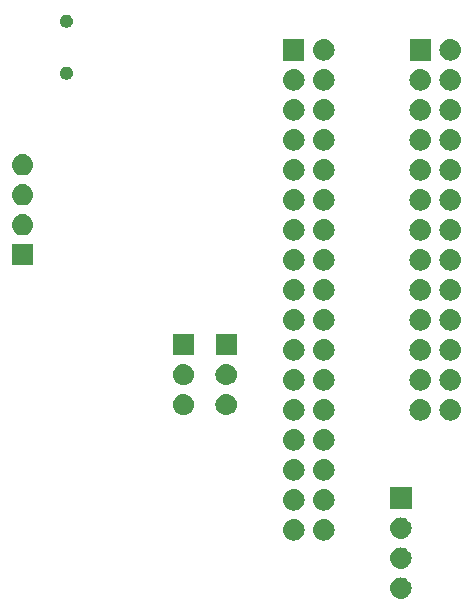
<source format=gbr>
G04 #@! TF.GenerationSoftware,KiCad,Pcbnew,(5.1.0)-1*
G04 #@! TF.CreationDate,2021-02-13T20:01:35+01:00*
G04 #@! TF.ProjectId,GreaseWeazle,47726561-7365-4576-9561-7a6c652e6b69,rev?*
G04 #@! TF.SameCoordinates,Original*
G04 #@! TF.FileFunction,Soldermask,Bot*
G04 #@! TF.FilePolarity,Negative*
%FSLAX46Y46*%
G04 Gerber Fmt 4.6, Leading zero omitted, Abs format (unit mm)*
G04 Created by KiCad (PCBNEW (5.1.0)-1) date 2021-02-13 20:01:35*
%MOMM*%
%LPD*%
G04 APERTURE LIST*
%ADD10C,0.100000*%
G04 APERTURE END LIST*
D10*
G36*
X110260443Y-95285119D02*
G01*
X110326627Y-95291637D01*
X110496466Y-95343157D01*
X110652991Y-95426822D01*
X110688729Y-95456152D01*
X110790186Y-95539414D01*
X110873448Y-95640871D01*
X110902778Y-95676609D01*
X110986443Y-95833134D01*
X111037963Y-96002973D01*
X111055359Y-96179600D01*
X111037963Y-96356227D01*
X110986443Y-96526066D01*
X110902778Y-96682591D01*
X110873448Y-96718329D01*
X110790186Y-96819786D01*
X110688729Y-96903048D01*
X110652991Y-96932378D01*
X110496466Y-97016043D01*
X110326627Y-97067563D01*
X110260443Y-97074081D01*
X110194260Y-97080600D01*
X110105740Y-97080600D01*
X110039558Y-97074082D01*
X109973373Y-97067563D01*
X109803534Y-97016043D01*
X109647009Y-96932378D01*
X109611271Y-96903048D01*
X109509814Y-96819786D01*
X109426552Y-96718329D01*
X109397222Y-96682591D01*
X109313557Y-96526066D01*
X109262037Y-96356227D01*
X109244641Y-96179600D01*
X109262037Y-96002973D01*
X109313557Y-95833134D01*
X109397222Y-95676609D01*
X109426552Y-95640871D01*
X109509814Y-95539414D01*
X109611271Y-95456152D01*
X109647009Y-95426822D01*
X109803534Y-95343157D01*
X109973373Y-95291637D01*
X110039557Y-95285119D01*
X110105740Y-95278600D01*
X110194260Y-95278600D01*
X110260443Y-95285119D01*
X110260443Y-95285119D01*
G37*
G36*
X110260442Y-92745118D02*
G01*
X110326627Y-92751637D01*
X110496466Y-92803157D01*
X110652991Y-92886822D01*
X110688729Y-92916152D01*
X110790186Y-92999414D01*
X110873448Y-93100871D01*
X110902778Y-93136609D01*
X110986443Y-93293134D01*
X111037963Y-93462973D01*
X111055359Y-93639600D01*
X111037963Y-93816227D01*
X110986443Y-93986066D01*
X110902778Y-94142591D01*
X110873448Y-94178329D01*
X110790186Y-94279786D01*
X110688729Y-94363048D01*
X110652991Y-94392378D01*
X110496466Y-94476043D01*
X110326627Y-94527563D01*
X110260443Y-94534081D01*
X110194260Y-94540600D01*
X110105740Y-94540600D01*
X110039557Y-94534081D01*
X109973373Y-94527563D01*
X109803534Y-94476043D01*
X109647009Y-94392378D01*
X109611271Y-94363048D01*
X109509814Y-94279786D01*
X109426552Y-94178329D01*
X109397222Y-94142591D01*
X109313557Y-93986066D01*
X109262037Y-93816227D01*
X109244641Y-93639600D01*
X109262037Y-93462973D01*
X109313557Y-93293134D01*
X109397222Y-93136609D01*
X109426552Y-93100871D01*
X109509814Y-92999414D01*
X109611271Y-92916152D01*
X109647009Y-92886822D01*
X109803534Y-92803157D01*
X109973373Y-92751637D01*
X110039558Y-92745118D01*
X110105740Y-92738600D01*
X110194260Y-92738600D01*
X110260442Y-92745118D01*
X110260442Y-92745118D01*
G37*
G36*
X103791294Y-90335033D02*
G01*
X103963695Y-90387331D01*
X104122583Y-90472258D01*
X104261849Y-90586551D01*
X104376142Y-90725817D01*
X104461069Y-90884705D01*
X104513367Y-91057106D01*
X104531025Y-91236400D01*
X104513367Y-91415694D01*
X104461069Y-91588095D01*
X104376142Y-91746983D01*
X104261849Y-91886249D01*
X104122583Y-92000542D01*
X103963695Y-92085469D01*
X103791294Y-92137767D01*
X103656931Y-92151000D01*
X103567069Y-92151000D01*
X103432706Y-92137767D01*
X103260305Y-92085469D01*
X103101417Y-92000542D01*
X102962151Y-91886249D01*
X102847858Y-91746983D01*
X102762931Y-91588095D01*
X102710633Y-91415694D01*
X102692975Y-91236400D01*
X102710633Y-91057106D01*
X102762931Y-90884705D01*
X102847858Y-90725817D01*
X102962151Y-90586551D01*
X103101417Y-90472258D01*
X103260305Y-90387331D01*
X103432706Y-90335033D01*
X103567069Y-90321800D01*
X103656931Y-90321800D01*
X103791294Y-90335033D01*
X103791294Y-90335033D01*
G37*
G36*
X101251294Y-90335033D02*
G01*
X101423695Y-90387331D01*
X101582583Y-90472258D01*
X101721849Y-90586551D01*
X101836142Y-90725817D01*
X101921069Y-90884705D01*
X101973367Y-91057106D01*
X101991025Y-91236400D01*
X101973367Y-91415694D01*
X101921069Y-91588095D01*
X101836142Y-91746983D01*
X101721849Y-91886249D01*
X101582583Y-92000542D01*
X101423695Y-92085469D01*
X101251294Y-92137767D01*
X101116931Y-92151000D01*
X101027069Y-92151000D01*
X100892706Y-92137767D01*
X100720305Y-92085469D01*
X100561417Y-92000542D01*
X100422151Y-91886249D01*
X100307858Y-91746983D01*
X100222931Y-91588095D01*
X100170633Y-91415694D01*
X100152975Y-91236400D01*
X100170633Y-91057106D01*
X100222931Y-90884705D01*
X100307858Y-90725817D01*
X100422151Y-90586551D01*
X100561417Y-90472258D01*
X100720305Y-90387331D01*
X100892706Y-90335033D01*
X101027069Y-90321800D01*
X101116931Y-90321800D01*
X101251294Y-90335033D01*
X101251294Y-90335033D01*
G37*
G36*
X110260443Y-90205119D02*
G01*
X110326627Y-90211637D01*
X110496466Y-90263157D01*
X110652991Y-90346822D01*
X110688729Y-90376152D01*
X110790186Y-90459414D01*
X110873448Y-90560871D01*
X110902778Y-90596609D01*
X110986443Y-90753134D01*
X111037963Y-90922973D01*
X111055359Y-91099600D01*
X111037963Y-91276227D01*
X110986443Y-91446066D01*
X110902778Y-91602591D01*
X110873448Y-91638329D01*
X110790186Y-91739786D01*
X110688729Y-91823048D01*
X110652991Y-91852378D01*
X110496466Y-91936043D01*
X110326627Y-91987563D01*
X110260443Y-91994081D01*
X110194260Y-92000600D01*
X110105740Y-92000600D01*
X110039557Y-91994081D01*
X109973373Y-91987563D01*
X109803534Y-91936043D01*
X109647009Y-91852378D01*
X109611271Y-91823048D01*
X109509814Y-91739786D01*
X109426552Y-91638329D01*
X109397222Y-91602591D01*
X109313557Y-91446066D01*
X109262037Y-91276227D01*
X109244641Y-91099600D01*
X109262037Y-90922973D01*
X109313557Y-90753134D01*
X109397222Y-90596609D01*
X109426552Y-90560871D01*
X109509814Y-90459414D01*
X109611271Y-90376152D01*
X109647009Y-90346822D01*
X109803534Y-90263157D01*
X109973373Y-90211637D01*
X110039557Y-90205119D01*
X110105740Y-90198600D01*
X110194260Y-90198600D01*
X110260443Y-90205119D01*
X110260443Y-90205119D01*
G37*
G36*
X103791294Y-87795033D02*
G01*
X103963695Y-87847331D01*
X104122583Y-87932258D01*
X104261849Y-88046551D01*
X104376142Y-88185817D01*
X104461069Y-88344705D01*
X104513367Y-88517106D01*
X104531025Y-88696400D01*
X104513367Y-88875694D01*
X104461069Y-89048095D01*
X104376142Y-89206983D01*
X104261849Y-89346249D01*
X104122583Y-89460542D01*
X103963695Y-89545469D01*
X103791294Y-89597767D01*
X103656931Y-89611000D01*
X103567069Y-89611000D01*
X103432706Y-89597767D01*
X103260305Y-89545469D01*
X103101417Y-89460542D01*
X102962151Y-89346249D01*
X102847858Y-89206983D01*
X102762931Y-89048095D01*
X102710633Y-88875694D01*
X102692975Y-88696400D01*
X102710633Y-88517106D01*
X102762931Y-88344705D01*
X102847858Y-88185817D01*
X102962151Y-88046551D01*
X103101417Y-87932258D01*
X103260305Y-87847331D01*
X103432706Y-87795033D01*
X103567069Y-87781800D01*
X103656931Y-87781800D01*
X103791294Y-87795033D01*
X103791294Y-87795033D01*
G37*
G36*
X101251294Y-87795033D02*
G01*
X101423695Y-87847331D01*
X101582583Y-87932258D01*
X101721849Y-88046551D01*
X101836142Y-88185817D01*
X101921069Y-88344705D01*
X101973367Y-88517106D01*
X101991025Y-88696400D01*
X101973367Y-88875694D01*
X101921069Y-89048095D01*
X101836142Y-89206983D01*
X101721849Y-89346249D01*
X101582583Y-89460542D01*
X101423695Y-89545469D01*
X101251294Y-89597767D01*
X101116931Y-89611000D01*
X101027069Y-89611000D01*
X100892706Y-89597767D01*
X100720305Y-89545469D01*
X100561417Y-89460542D01*
X100422151Y-89346249D01*
X100307858Y-89206983D01*
X100222931Y-89048095D01*
X100170633Y-88875694D01*
X100152975Y-88696400D01*
X100170633Y-88517106D01*
X100222931Y-88344705D01*
X100307858Y-88185817D01*
X100422151Y-88046551D01*
X100561417Y-87932258D01*
X100720305Y-87847331D01*
X100892706Y-87795033D01*
X101027069Y-87781800D01*
X101116931Y-87781800D01*
X101251294Y-87795033D01*
X101251294Y-87795033D01*
G37*
G36*
X111051000Y-89460600D02*
G01*
X109249000Y-89460600D01*
X109249000Y-87658600D01*
X111051000Y-87658600D01*
X111051000Y-89460600D01*
X111051000Y-89460600D01*
G37*
G36*
X103791294Y-85255033D02*
G01*
X103963695Y-85307331D01*
X104122583Y-85392258D01*
X104261849Y-85506551D01*
X104376142Y-85645817D01*
X104461069Y-85804705D01*
X104513367Y-85977106D01*
X104531025Y-86156400D01*
X104513367Y-86335694D01*
X104461069Y-86508095D01*
X104376142Y-86666983D01*
X104261849Y-86806249D01*
X104122583Y-86920542D01*
X103963695Y-87005469D01*
X103791294Y-87057767D01*
X103656931Y-87071000D01*
X103567069Y-87071000D01*
X103432706Y-87057767D01*
X103260305Y-87005469D01*
X103101417Y-86920542D01*
X102962151Y-86806249D01*
X102847858Y-86666983D01*
X102762931Y-86508095D01*
X102710633Y-86335694D01*
X102692975Y-86156400D01*
X102710633Y-85977106D01*
X102762931Y-85804705D01*
X102847858Y-85645817D01*
X102962151Y-85506551D01*
X103101417Y-85392258D01*
X103260305Y-85307331D01*
X103432706Y-85255033D01*
X103567069Y-85241800D01*
X103656931Y-85241800D01*
X103791294Y-85255033D01*
X103791294Y-85255033D01*
G37*
G36*
X101251294Y-85255033D02*
G01*
X101423695Y-85307331D01*
X101582583Y-85392258D01*
X101721849Y-85506551D01*
X101836142Y-85645817D01*
X101921069Y-85804705D01*
X101973367Y-85977106D01*
X101991025Y-86156400D01*
X101973367Y-86335694D01*
X101921069Y-86508095D01*
X101836142Y-86666983D01*
X101721849Y-86806249D01*
X101582583Y-86920542D01*
X101423695Y-87005469D01*
X101251294Y-87057767D01*
X101116931Y-87071000D01*
X101027069Y-87071000D01*
X100892706Y-87057767D01*
X100720305Y-87005469D01*
X100561417Y-86920542D01*
X100422151Y-86806249D01*
X100307858Y-86666983D01*
X100222931Y-86508095D01*
X100170633Y-86335694D01*
X100152975Y-86156400D01*
X100170633Y-85977106D01*
X100222931Y-85804705D01*
X100307858Y-85645817D01*
X100422151Y-85506551D01*
X100561417Y-85392258D01*
X100720305Y-85307331D01*
X100892706Y-85255033D01*
X101027069Y-85241800D01*
X101116931Y-85241800D01*
X101251294Y-85255033D01*
X101251294Y-85255033D01*
G37*
G36*
X101251294Y-82715033D02*
G01*
X101423695Y-82767331D01*
X101582583Y-82852258D01*
X101721849Y-82966551D01*
X101836142Y-83105817D01*
X101921069Y-83264705D01*
X101973367Y-83437106D01*
X101991025Y-83616400D01*
X101973367Y-83795694D01*
X101921069Y-83968095D01*
X101836142Y-84126983D01*
X101721849Y-84266249D01*
X101582583Y-84380542D01*
X101423695Y-84465469D01*
X101251294Y-84517767D01*
X101116931Y-84531000D01*
X101027069Y-84531000D01*
X100892706Y-84517767D01*
X100720305Y-84465469D01*
X100561417Y-84380542D01*
X100422151Y-84266249D01*
X100307858Y-84126983D01*
X100222931Y-83968095D01*
X100170633Y-83795694D01*
X100152975Y-83616400D01*
X100170633Y-83437106D01*
X100222931Y-83264705D01*
X100307858Y-83105817D01*
X100422151Y-82966551D01*
X100561417Y-82852258D01*
X100720305Y-82767331D01*
X100892706Y-82715033D01*
X101027069Y-82701800D01*
X101116931Y-82701800D01*
X101251294Y-82715033D01*
X101251294Y-82715033D01*
G37*
G36*
X103791294Y-82715033D02*
G01*
X103963695Y-82767331D01*
X104122583Y-82852258D01*
X104261849Y-82966551D01*
X104376142Y-83105817D01*
X104461069Y-83264705D01*
X104513367Y-83437106D01*
X104531025Y-83616400D01*
X104513367Y-83795694D01*
X104461069Y-83968095D01*
X104376142Y-84126983D01*
X104261849Y-84266249D01*
X104122583Y-84380542D01*
X103963695Y-84465469D01*
X103791294Y-84517767D01*
X103656931Y-84531000D01*
X103567069Y-84531000D01*
X103432706Y-84517767D01*
X103260305Y-84465469D01*
X103101417Y-84380542D01*
X102962151Y-84266249D01*
X102847858Y-84126983D01*
X102762931Y-83968095D01*
X102710633Y-83795694D01*
X102692975Y-83616400D01*
X102710633Y-83437106D01*
X102762931Y-83264705D01*
X102847858Y-83105817D01*
X102962151Y-82966551D01*
X103101417Y-82852258D01*
X103260305Y-82767331D01*
X103432706Y-82715033D01*
X103567069Y-82701800D01*
X103656931Y-82701800D01*
X103791294Y-82715033D01*
X103791294Y-82715033D01*
G37*
G36*
X103791294Y-80175033D02*
G01*
X103963695Y-80227331D01*
X104122583Y-80312258D01*
X104261849Y-80426551D01*
X104376142Y-80565817D01*
X104461069Y-80724705D01*
X104513367Y-80897106D01*
X104531025Y-81076400D01*
X104513367Y-81255694D01*
X104461069Y-81428095D01*
X104376142Y-81586983D01*
X104261849Y-81726249D01*
X104122583Y-81840542D01*
X103963695Y-81925469D01*
X103791294Y-81977767D01*
X103656931Y-81991000D01*
X103567069Y-81991000D01*
X103432706Y-81977767D01*
X103260305Y-81925469D01*
X103101417Y-81840542D01*
X102962151Y-81726249D01*
X102847858Y-81586983D01*
X102762931Y-81428095D01*
X102710633Y-81255694D01*
X102692975Y-81076400D01*
X102710633Y-80897106D01*
X102762931Y-80724705D01*
X102847858Y-80565817D01*
X102962151Y-80426551D01*
X103101417Y-80312258D01*
X103260305Y-80227331D01*
X103432706Y-80175033D01*
X103567069Y-80161800D01*
X103656931Y-80161800D01*
X103791294Y-80175033D01*
X103791294Y-80175033D01*
G37*
G36*
X114511294Y-80175033D02*
G01*
X114683695Y-80227331D01*
X114842583Y-80312258D01*
X114981849Y-80426551D01*
X115096142Y-80565817D01*
X115181069Y-80724705D01*
X115233367Y-80897106D01*
X115251025Y-81076400D01*
X115233367Y-81255694D01*
X115181069Y-81428095D01*
X115096142Y-81586983D01*
X114981849Y-81726249D01*
X114842583Y-81840542D01*
X114683695Y-81925469D01*
X114511294Y-81977767D01*
X114376931Y-81991000D01*
X114287069Y-81991000D01*
X114152706Y-81977767D01*
X113980305Y-81925469D01*
X113821417Y-81840542D01*
X113682151Y-81726249D01*
X113567858Y-81586983D01*
X113482931Y-81428095D01*
X113430633Y-81255694D01*
X113412975Y-81076400D01*
X113430633Y-80897106D01*
X113482931Y-80724705D01*
X113567858Y-80565817D01*
X113682151Y-80426551D01*
X113821417Y-80312258D01*
X113980305Y-80227331D01*
X114152706Y-80175033D01*
X114287069Y-80161800D01*
X114376931Y-80161800D01*
X114511294Y-80175033D01*
X114511294Y-80175033D01*
G37*
G36*
X111971294Y-80175033D02*
G01*
X112143695Y-80227331D01*
X112302583Y-80312258D01*
X112441849Y-80426551D01*
X112556142Y-80565817D01*
X112641069Y-80724705D01*
X112693367Y-80897106D01*
X112711025Y-81076400D01*
X112693367Y-81255694D01*
X112641069Y-81428095D01*
X112556142Y-81586983D01*
X112441849Y-81726249D01*
X112302583Y-81840542D01*
X112143695Y-81925469D01*
X111971294Y-81977767D01*
X111836931Y-81991000D01*
X111747069Y-81991000D01*
X111612706Y-81977767D01*
X111440305Y-81925469D01*
X111281417Y-81840542D01*
X111142151Y-81726249D01*
X111027858Y-81586983D01*
X110942931Y-81428095D01*
X110890633Y-81255694D01*
X110872975Y-81076400D01*
X110890633Y-80897106D01*
X110942931Y-80724705D01*
X111027858Y-80565817D01*
X111142151Y-80426551D01*
X111281417Y-80312258D01*
X111440305Y-80227331D01*
X111612706Y-80175033D01*
X111747069Y-80161800D01*
X111836931Y-80161800D01*
X111971294Y-80175033D01*
X111971294Y-80175033D01*
G37*
G36*
X101251294Y-80175033D02*
G01*
X101423695Y-80227331D01*
X101582583Y-80312258D01*
X101721849Y-80426551D01*
X101836142Y-80565817D01*
X101921069Y-80724705D01*
X101973367Y-80897106D01*
X101991025Y-81076400D01*
X101973367Y-81255694D01*
X101921069Y-81428095D01*
X101836142Y-81586983D01*
X101721849Y-81726249D01*
X101582583Y-81840542D01*
X101423695Y-81925469D01*
X101251294Y-81977767D01*
X101116931Y-81991000D01*
X101027069Y-81991000D01*
X100892706Y-81977767D01*
X100720305Y-81925469D01*
X100561417Y-81840542D01*
X100422151Y-81726249D01*
X100307858Y-81586983D01*
X100222931Y-81428095D01*
X100170633Y-81255694D01*
X100152975Y-81076400D01*
X100170633Y-80897106D01*
X100222931Y-80724705D01*
X100307858Y-80565817D01*
X100422151Y-80426551D01*
X100561417Y-80312258D01*
X100720305Y-80227331D01*
X100892706Y-80175033D01*
X101027069Y-80161800D01*
X101116931Y-80161800D01*
X101251294Y-80175033D01*
X101251294Y-80175033D01*
G37*
G36*
X95467142Y-79740318D02*
G01*
X95533327Y-79746837D01*
X95703166Y-79798357D01*
X95859691Y-79882022D01*
X95895429Y-79911352D01*
X95996886Y-79994614D01*
X96080148Y-80096071D01*
X96109478Y-80131809D01*
X96193143Y-80288334D01*
X96244663Y-80458173D01*
X96262059Y-80634800D01*
X96244663Y-80811427D01*
X96193143Y-80981266D01*
X96109478Y-81137791D01*
X96080148Y-81173529D01*
X95996886Y-81274986D01*
X95895429Y-81358248D01*
X95859691Y-81387578D01*
X95703166Y-81471243D01*
X95533327Y-81522763D01*
X95467142Y-81529282D01*
X95400960Y-81535800D01*
X95312440Y-81535800D01*
X95246258Y-81529282D01*
X95180073Y-81522763D01*
X95010234Y-81471243D01*
X94853709Y-81387578D01*
X94817971Y-81358248D01*
X94716514Y-81274986D01*
X94633252Y-81173529D01*
X94603922Y-81137791D01*
X94520257Y-80981266D01*
X94468737Y-80811427D01*
X94451341Y-80634800D01*
X94468737Y-80458173D01*
X94520257Y-80288334D01*
X94603922Y-80131809D01*
X94633252Y-80096071D01*
X94716514Y-79994614D01*
X94817971Y-79911352D01*
X94853709Y-79882022D01*
X95010234Y-79798357D01*
X95180073Y-79746837D01*
X95246258Y-79740318D01*
X95312440Y-79733800D01*
X95400960Y-79733800D01*
X95467142Y-79740318D01*
X95467142Y-79740318D01*
G37*
G36*
X91845042Y-79740318D02*
G01*
X91911227Y-79746837D01*
X92081066Y-79798357D01*
X92237591Y-79882022D01*
X92273329Y-79911352D01*
X92374786Y-79994614D01*
X92458048Y-80096071D01*
X92487378Y-80131809D01*
X92571043Y-80288334D01*
X92622563Y-80458173D01*
X92639959Y-80634800D01*
X92622563Y-80811427D01*
X92571043Y-80981266D01*
X92487378Y-81137791D01*
X92458048Y-81173529D01*
X92374786Y-81274986D01*
X92273329Y-81358248D01*
X92237591Y-81387578D01*
X92081066Y-81471243D01*
X91911227Y-81522763D01*
X91845042Y-81529282D01*
X91778860Y-81535800D01*
X91690340Y-81535800D01*
X91624158Y-81529282D01*
X91557973Y-81522763D01*
X91388134Y-81471243D01*
X91231609Y-81387578D01*
X91195871Y-81358248D01*
X91094414Y-81274986D01*
X91011152Y-81173529D01*
X90981822Y-81137791D01*
X90898157Y-80981266D01*
X90846637Y-80811427D01*
X90829241Y-80634800D01*
X90846637Y-80458173D01*
X90898157Y-80288334D01*
X90981822Y-80131809D01*
X91011152Y-80096071D01*
X91094414Y-79994614D01*
X91195871Y-79911352D01*
X91231609Y-79882022D01*
X91388134Y-79798357D01*
X91557973Y-79746837D01*
X91624158Y-79740318D01*
X91690340Y-79733800D01*
X91778860Y-79733800D01*
X91845042Y-79740318D01*
X91845042Y-79740318D01*
G37*
G36*
X114511294Y-77635033D02*
G01*
X114683695Y-77687331D01*
X114842583Y-77772258D01*
X114981849Y-77886551D01*
X115096142Y-78025817D01*
X115181069Y-78184705D01*
X115233367Y-78357106D01*
X115251025Y-78536400D01*
X115233367Y-78715694D01*
X115181069Y-78888095D01*
X115096142Y-79046983D01*
X114981849Y-79186249D01*
X114842583Y-79300542D01*
X114683695Y-79385469D01*
X114511294Y-79437767D01*
X114376931Y-79451000D01*
X114287069Y-79451000D01*
X114152706Y-79437767D01*
X113980305Y-79385469D01*
X113821417Y-79300542D01*
X113682151Y-79186249D01*
X113567858Y-79046983D01*
X113482931Y-78888095D01*
X113430633Y-78715694D01*
X113412975Y-78536400D01*
X113430633Y-78357106D01*
X113482931Y-78184705D01*
X113567858Y-78025817D01*
X113682151Y-77886551D01*
X113821417Y-77772258D01*
X113980305Y-77687331D01*
X114152706Y-77635033D01*
X114287069Y-77621800D01*
X114376931Y-77621800D01*
X114511294Y-77635033D01*
X114511294Y-77635033D01*
G37*
G36*
X111971294Y-77635033D02*
G01*
X112143695Y-77687331D01*
X112302583Y-77772258D01*
X112441849Y-77886551D01*
X112556142Y-78025817D01*
X112641069Y-78184705D01*
X112693367Y-78357106D01*
X112711025Y-78536400D01*
X112693367Y-78715694D01*
X112641069Y-78888095D01*
X112556142Y-79046983D01*
X112441849Y-79186249D01*
X112302583Y-79300542D01*
X112143695Y-79385469D01*
X111971294Y-79437767D01*
X111836931Y-79451000D01*
X111747069Y-79451000D01*
X111612706Y-79437767D01*
X111440305Y-79385469D01*
X111281417Y-79300542D01*
X111142151Y-79186249D01*
X111027858Y-79046983D01*
X110942931Y-78888095D01*
X110890633Y-78715694D01*
X110872975Y-78536400D01*
X110890633Y-78357106D01*
X110942931Y-78184705D01*
X111027858Y-78025817D01*
X111142151Y-77886551D01*
X111281417Y-77772258D01*
X111440305Y-77687331D01*
X111612706Y-77635033D01*
X111747069Y-77621800D01*
X111836931Y-77621800D01*
X111971294Y-77635033D01*
X111971294Y-77635033D01*
G37*
G36*
X103791294Y-77635033D02*
G01*
X103963695Y-77687331D01*
X104122583Y-77772258D01*
X104261849Y-77886551D01*
X104376142Y-78025817D01*
X104461069Y-78184705D01*
X104513367Y-78357106D01*
X104531025Y-78536400D01*
X104513367Y-78715694D01*
X104461069Y-78888095D01*
X104376142Y-79046983D01*
X104261849Y-79186249D01*
X104122583Y-79300542D01*
X103963695Y-79385469D01*
X103791294Y-79437767D01*
X103656931Y-79451000D01*
X103567069Y-79451000D01*
X103432706Y-79437767D01*
X103260305Y-79385469D01*
X103101417Y-79300542D01*
X102962151Y-79186249D01*
X102847858Y-79046983D01*
X102762931Y-78888095D01*
X102710633Y-78715694D01*
X102692975Y-78536400D01*
X102710633Y-78357106D01*
X102762931Y-78184705D01*
X102847858Y-78025817D01*
X102962151Y-77886551D01*
X103101417Y-77772258D01*
X103260305Y-77687331D01*
X103432706Y-77635033D01*
X103567069Y-77621800D01*
X103656931Y-77621800D01*
X103791294Y-77635033D01*
X103791294Y-77635033D01*
G37*
G36*
X101251294Y-77635033D02*
G01*
X101423695Y-77687331D01*
X101582583Y-77772258D01*
X101721849Y-77886551D01*
X101836142Y-78025817D01*
X101921069Y-78184705D01*
X101973367Y-78357106D01*
X101991025Y-78536400D01*
X101973367Y-78715694D01*
X101921069Y-78888095D01*
X101836142Y-79046983D01*
X101721849Y-79186249D01*
X101582583Y-79300542D01*
X101423695Y-79385469D01*
X101251294Y-79437767D01*
X101116931Y-79451000D01*
X101027069Y-79451000D01*
X100892706Y-79437767D01*
X100720305Y-79385469D01*
X100561417Y-79300542D01*
X100422151Y-79186249D01*
X100307858Y-79046983D01*
X100222931Y-78888095D01*
X100170633Y-78715694D01*
X100152975Y-78536400D01*
X100170633Y-78357106D01*
X100222931Y-78184705D01*
X100307858Y-78025817D01*
X100422151Y-77886551D01*
X100561417Y-77772258D01*
X100720305Y-77687331D01*
X100892706Y-77635033D01*
X101027069Y-77621800D01*
X101116931Y-77621800D01*
X101251294Y-77635033D01*
X101251294Y-77635033D01*
G37*
G36*
X95467142Y-77200318D02*
G01*
X95533327Y-77206837D01*
X95703166Y-77258357D01*
X95859691Y-77342022D01*
X95895429Y-77371352D01*
X95996886Y-77454614D01*
X96080148Y-77556071D01*
X96109478Y-77591809D01*
X96193143Y-77748334D01*
X96244663Y-77918173D01*
X96262059Y-78094800D01*
X96244663Y-78271427D01*
X96193143Y-78441266D01*
X96109478Y-78597791D01*
X96080148Y-78633529D01*
X95996886Y-78734986D01*
X95895429Y-78818248D01*
X95859691Y-78847578D01*
X95703166Y-78931243D01*
X95533327Y-78982763D01*
X95467143Y-78989281D01*
X95400960Y-78995800D01*
X95312440Y-78995800D01*
X95246257Y-78989281D01*
X95180073Y-78982763D01*
X95010234Y-78931243D01*
X94853709Y-78847578D01*
X94817971Y-78818248D01*
X94716514Y-78734986D01*
X94633252Y-78633529D01*
X94603922Y-78597791D01*
X94520257Y-78441266D01*
X94468737Y-78271427D01*
X94451341Y-78094800D01*
X94468737Y-77918173D01*
X94520257Y-77748334D01*
X94603922Y-77591809D01*
X94633252Y-77556071D01*
X94716514Y-77454614D01*
X94817971Y-77371352D01*
X94853709Y-77342022D01*
X95010234Y-77258357D01*
X95180073Y-77206837D01*
X95246258Y-77200318D01*
X95312440Y-77193800D01*
X95400960Y-77193800D01*
X95467142Y-77200318D01*
X95467142Y-77200318D01*
G37*
G36*
X91845042Y-77200318D02*
G01*
X91911227Y-77206837D01*
X92081066Y-77258357D01*
X92237591Y-77342022D01*
X92273329Y-77371352D01*
X92374786Y-77454614D01*
X92458048Y-77556071D01*
X92487378Y-77591809D01*
X92571043Y-77748334D01*
X92622563Y-77918173D01*
X92639959Y-78094800D01*
X92622563Y-78271427D01*
X92571043Y-78441266D01*
X92487378Y-78597791D01*
X92458048Y-78633529D01*
X92374786Y-78734986D01*
X92273329Y-78818248D01*
X92237591Y-78847578D01*
X92081066Y-78931243D01*
X91911227Y-78982763D01*
X91845043Y-78989281D01*
X91778860Y-78995800D01*
X91690340Y-78995800D01*
X91624157Y-78989281D01*
X91557973Y-78982763D01*
X91388134Y-78931243D01*
X91231609Y-78847578D01*
X91195871Y-78818248D01*
X91094414Y-78734986D01*
X91011152Y-78633529D01*
X90981822Y-78597791D01*
X90898157Y-78441266D01*
X90846637Y-78271427D01*
X90829241Y-78094800D01*
X90846637Y-77918173D01*
X90898157Y-77748334D01*
X90981822Y-77591809D01*
X91011152Y-77556071D01*
X91094414Y-77454614D01*
X91195871Y-77371352D01*
X91231609Y-77342022D01*
X91388134Y-77258357D01*
X91557973Y-77206837D01*
X91624158Y-77200318D01*
X91690340Y-77193800D01*
X91778860Y-77193800D01*
X91845042Y-77200318D01*
X91845042Y-77200318D01*
G37*
G36*
X103791294Y-75095033D02*
G01*
X103963695Y-75147331D01*
X104122583Y-75232258D01*
X104261849Y-75346551D01*
X104376142Y-75485817D01*
X104461069Y-75644705D01*
X104513367Y-75817106D01*
X104531025Y-75996400D01*
X104513367Y-76175694D01*
X104461069Y-76348095D01*
X104376142Y-76506983D01*
X104261849Y-76646249D01*
X104122583Y-76760542D01*
X103963695Y-76845469D01*
X103791294Y-76897767D01*
X103656931Y-76911000D01*
X103567069Y-76911000D01*
X103432706Y-76897767D01*
X103260305Y-76845469D01*
X103101417Y-76760542D01*
X102962151Y-76646249D01*
X102847858Y-76506983D01*
X102762931Y-76348095D01*
X102710633Y-76175694D01*
X102692975Y-75996400D01*
X102710633Y-75817106D01*
X102762931Y-75644705D01*
X102847858Y-75485817D01*
X102962151Y-75346551D01*
X103101417Y-75232258D01*
X103260305Y-75147331D01*
X103432706Y-75095033D01*
X103567069Y-75081800D01*
X103656931Y-75081800D01*
X103791294Y-75095033D01*
X103791294Y-75095033D01*
G37*
G36*
X114511294Y-75095033D02*
G01*
X114683695Y-75147331D01*
X114842583Y-75232258D01*
X114981849Y-75346551D01*
X115096142Y-75485817D01*
X115181069Y-75644705D01*
X115233367Y-75817106D01*
X115251025Y-75996400D01*
X115233367Y-76175694D01*
X115181069Y-76348095D01*
X115096142Y-76506983D01*
X114981849Y-76646249D01*
X114842583Y-76760542D01*
X114683695Y-76845469D01*
X114511294Y-76897767D01*
X114376931Y-76911000D01*
X114287069Y-76911000D01*
X114152706Y-76897767D01*
X113980305Y-76845469D01*
X113821417Y-76760542D01*
X113682151Y-76646249D01*
X113567858Y-76506983D01*
X113482931Y-76348095D01*
X113430633Y-76175694D01*
X113412975Y-75996400D01*
X113430633Y-75817106D01*
X113482931Y-75644705D01*
X113567858Y-75485817D01*
X113682151Y-75346551D01*
X113821417Y-75232258D01*
X113980305Y-75147331D01*
X114152706Y-75095033D01*
X114287069Y-75081800D01*
X114376931Y-75081800D01*
X114511294Y-75095033D01*
X114511294Y-75095033D01*
G37*
G36*
X111971294Y-75095033D02*
G01*
X112143695Y-75147331D01*
X112302583Y-75232258D01*
X112441849Y-75346551D01*
X112556142Y-75485817D01*
X112641069Y-75644705D01*
X112693367Y-75817106D01*
X112711025Y-75996400D01*
X112693367Y-76175694D01*
X112641069Y-76348095D01*
X112556142Y-76506983D01*
X112441849Y-76646249D01*
X112302583Y-76760542D01*
X112143695Y-76845469D01*
X111971294Y-76897767D01*
X111836931Y-76911000D01*
X111747069Y-76911000D01*
X111612706Y-76897767D01*
X111440305Y-76845469D01*
X111281417Y-76760542D01*
X111142151Y-76646249D01*
X111027858Y-76506983D01*
X110942931Y-76348095D01*
X110890633Y-76175694D01*
X110872975Y-75996400D01*
X110890633Y-75817106D01*
X110942931Y-75644705D01*
X111027858Y-75485817D01*
X111142151Y-75346551D01*
X111281417Y-75232258D01*
X111440305Y-75147331D01*
X111612706Y-75095033D01*
X111747069Y-75081800D01*
X111836931Y-75081800D01*
X111971294Y-75095033D01*
X111971294Y-75095033D01*
G37*
G36*
X101251294Y-75095033D02*
G01*
X101423695Y-75147331D01*
X101582583Y-75232258D01*
X101721849Y-75346551D01*
X101836142Y-75485817D01*
X101921069Y-75644705D01*
X101973367Y-75817106D01*
X101991025Y-75996400D01*
X101973367Y-76175694D01*
X101921069Y-76348095D01*
X101836142Y-76506983D01*
X101721849Y-76646249D01*
X101582583Y-76760542D01*
X101423695Y-76845469D01*
X101251294Y-76897767D01*
X101116931Y-76911000D01*
X101027069Y-76911000D01*
X100892706Y-76897767D01*
X100720305Y-76845469D01*
X100561417Y-76760542D01*
X100422151Y-76646249D01*
X100307858Y-76506983D01*
X100222931Y-76348095D01*
X100170633Y-76175694D01*
X100152975Y-75996400D01*
X100170633Y-75817106D01*
X100222931Y-75644705D01*
X100307858Y-75485817D01*
X100422151Y-75346551D01*
X100561417Y-75232258D01*
X100720305Y-75147331D01*
X100892706Y-75095033D01*
X101027069Y-75081800D01*
X101116931Y-75081800D01*
X101251294Y-75095033D01*
X101251294Y-75095033D01*
G37*
G36*
X96257700Y-76455800D02*
G01*
X94455700Y-76455800D01*
X94455700Y-74653800D01*
X96257700Y-74653800D01*
X96257700Y-76455800D01*
X96257700Y-76455800D01*
G37*
G36*
X92635600Y-76455800D02*
G01*
X90833600Y-76455800D01*
X90833600Y-74653800D01*
X92635600Y-74653800D01*
X92635600Y-76455800D01*
X92635600Y-76455800D01*
G37*
G36*
X114511294Y-72555033D02*
G01*
X114683695Y-72607331D01*
X114842583Y-72692258D01*
X114981849Y-72806551D01*
X115096142Y-72945817D01*
X115181069Y-73104705D01*
X115233367Y-73277106D01*
X115251025Y-73456400D01*
X115233367Y-73635694D01*
X115181069Y-73808095D01*
X115096142Y-73966983D01*
X114981849Y-74106249D01*
X114842583Y-74220542D01*
X114683695Y-74305469D01*
X114511294Y-74357767D01*
X114376931Y-74371000D01*
X114287069Y-74371000D01*
X114152706Y-74357767D01*
X113980305Y-74305469D01*
X113821417Y-74220542D01*
X113682151Y-74106249D01*
X113567858Y-73966983D01*
X113482931Y-73808095D01*
X113430633Y-73635694D01*
X113412975Y-73456400D01*
X113430633Y-73277106D01*
X113482931Y-73104705D01*
X113567858Y-72945817D01*
X113682151Y-72806551D01*
X113821417Y-72692258D01*
X113980305Y-72607331D01*
X114152706Y-72555033D01*
X114287069Y-72541800D01*
X114376931Y-72541800D01*
X114511294Y-72555033D01*
X114511294Y-72555033D01*
G37*
G36*
X103791294Y-72555033D02*
G01*
X103963695Y-72607331D01*
X104122583Y-72692258D01*
X104261849Y-72806551D01*
X104376142Y-72945817D01*
X104461069Y-73104705D01*
X104513367Y-73277106D01*
X104531025Y-73456400D01*
X104513367Y-73635694D01*
X104461069Y-73808095D01*
X104376142Y-73966983D01*
X104261849Y-74106249D01*
X104122583Y-74220542D01*
X103963695Y-74305469D01*
X103791294Y-74357767D01*
X103656931Y-74371000D01*
X103567069Y-74371000D01*
X103432706Y-74357767D01*
X103260305Y-74305469D01*
X103101417Y-74220542D01*
X102962151Y-74106249D01*
X102847858Y-73966983D01*
X102762931Y-73808095D01*
X102710633Y-73635694D01*
X102692975Y-73456400D01*
X102710633Y-73277106D01*
X102762931Y-73104705D01*
X102847858Y-72945817D01*
X102962151Y-72806551D01*
X103101417Y-72692258D01*
X103260305Y-72607331D01*
X103432706Y-72555033D01*
X103567069Y-72541800D01*
X103656931Y-72541800D01*
X103791294Y-72555033D01*
X103791294Y-72555033D01*
G37*
G36*
X101251294Y-72555033D02*
G01*
X101423695Y-72607331D01*
X101582583Y-72692258D01*
X101721849Y-72806551D01*
X101836142Y-72945817D01*
X101921069Y-73104705D01*
X101973367Y-73277106D01*
X101991025Y-73456400D01*
X101973367Y-73635694D01*
X101921069Y-73808095D01*
X101836142Y-73966983D01*
X101721849Y-74106249D01*
X101582583Y-74220542D01*
X101423695Y-74305469D01*
X101251294Y-74357767D01*
X101116931Y-74371000D01*
X101027069Y-74371000D01*
X100892706Y-74357767D01*
X100720305Y-74305469D01*
X100561417Y-74220542D01*
X100422151Y-74106249D01*
X100307858Y-73966983D01*
X100222931Y-73808095D01*
X100170633Y-73635694D01*
X100152975Y-73456400D01*
X100170633Y-73277106D01*
X100222931Y-73104705D01*
X100307858Y-72945817D01*
X100422151Y-72806551D01*
X100561417Y-72692258D01*
X100720305Y-72607331D01*
X100892706Y-72555033D01*
X101027069Y-72541800D01*
X101116931Y-72541800D01*
X101251294Y-72555033D01*
X101251294Y-72555033D01*
G37*
G36*
X111971294Y-72555033D02*
G01*
X112143695Y-72607331D01*
X112302583Y-72692258D01*
X112441849Y-72806551D01*
X112556142Y-72945817D01*
X112641069Y-73104705D01*
X112693367Y-73277106D01*
X112711025Y-73456400D01*
X112693367Y-73635694D01*
X112641069Y-73808095D01*
X112556142Y-73966983D01*
X112441849Y-74106249D01*
X112302583Y-74220542D01*
X112143695Y-74305469D01*
X111971294Y-74357767D01*
X111836931Y-74371000D01*
X111747069Y-74371000D01*
X111612706Y-74357767D01*
X111440305Y-74305469D01*
X111281417Y-74220542D01*
X111142151Y-74106249D01*
X111027858Y-73966983D01*
X110942931Y-73808095D01*
X110890633Y-73635694D01*
X110872975Y-73456400D01*
X110890633Y-73277106D01*
X110942931Y-73104705D01*
X111027858Y-72945817D01*
X111142151Y-72806551D01*
X111281417Y-72692258D01*
X111440305Y-72607331D01*
X111612706Y-72555033D01*
X111747069Y-72541800D01*
X111836931Y-72541800D01*
X111971294Y-72555033D01*
X111971294Y-72555033D01*
G37*
G36*
X114511294Y-70015033D02*
G01*
X114683695Y-70067331D01*
X114842583Y-70152258D01*
X114981849Y-70266551D01*
X115096142Y-70405817D01*
X115181069Y-70564705D01*
X115233367Y-70737106D01*
X115251025Y-70916400D01*
X115233367Y-71095694D01*
X115181069Y-71268095D01*
X115096142Y-71426983D01*
X114981849Y-71566249D01*
X114842583Y-71680542D01*
X114683695Y-71765469D01*
X114511294Y-71817767D01*
X114376931Y-71831000D01*
X114287069Y-71831000D01*
X114152706Y-71817767D01*
X113980305Y-71765469D01*
X113821417Y-71680542D01*
X113682151Y-71566249D01*
X113567858Y-71426983D01*
X113482931Y-71268095D01*
X113430633Y-71095694D01*
X113412975Y-70916400D01*
X113430633Y-70737106D01*
X113482931Y-70564705D01*
X113567858Y-70405817D01*
X113682151Y-70266551D01*
X113821417Y-70152258D01*
X113980305Y-70067331D01*
X114152706Y-70015033D01*
X114287069Y-70001800D01*
X114376931Y-70001800D01*
X114511294Y-70015033D01*
X114511294Y-70015033D01*
G37*
G36*
X111971294Y-70015033D02*
G01*
X112143695Y-70067331D01*
X112302583Y-70152258D01*
X112441849Y-70266551D01*
X112556142Y-70405817D01*
X112641069Y-70564705D01*
X112693367Y-70737106D01*
X112711025Y-70916400D01*
X112693367Y-71095694D01*
X112641069Y-71268095D01*
X112556142Y-71426983D01*
X112441849Y-71566249D01*
X112302583Y-71680542D01*
X112143695Y-71765469D01*
X111971294Y-71817767D01*
X111836931Y-71831000D01*
X111747069Y-71831000D01*
X111612706Y-71817767D01*
X111440305Y-71765469D01*
X111281417Y-71680542D01*
X111142151Y-71566249D01*
X111027858Y-71426983D01*
X110942931Y-71268095D01*
X110890633Y-71095694D01*
X110872975Y-70916400D01*
X110890633Y-70737106D01*
X110942931Y-70564705D01*
X111027858Y-70405817D01*
X111142151Y-70266551D01*
X111281417Y-70152258D01*
X111440305Y-70067331D01*
X111612706Y-70015033D01*
X111747069Y-70001800D01*
X111836931Y-70001800D01*
X111971294Y-70015033D01*
X111971294Y-70015033D01*
G37*
G36*
X103791294Y-70015033D02*
G01*
X103963695Y-70067331D01*
X104122583Y-70152258D01*
X104261849Y-70266551D01*
X104376142Y-70405817D01*
X104461069Y-70564705D01*
X104513367Y-70737106D01*
X104531025Y-70916400D01*
X104513367Y-71095694D01*
X104461069Y-71268095D01*
X104376142Y-71426983D01*
X104261849Y-71566249D01*
X104122583Y-71680542D01*
X103963695Y-71765469D01*
X103791294Y-71817767D01*
X103656931Y-71831000D01*
X103567069Y-71831000D01*
X103432706Y-71817767D01*
X103260305Y-71765469D01*
X103101417Y-71680542D01*
X102962151Y-71566249D01*
X102847858Y-71426983D01*
X102762931Y-71268095D01*
X102710633Y-71095694D01*
X102692975Y-70916400D01*
X102710633Y-70737106D01*
X102762931Y-70564705D01*
X102847858Y-70405817D01*
X102962151Y-70266551D01*
X103101417Y-70152258D01*
X103260305Y-70067331D01*
X103432706Y-70015033D01*
X103567069Y-70001800D01*
X103656931Y-70001800D01*
X103791294Y-70015033D01*
X103791294Y-70015033D01*
G37*
G36*
X101251294Y-70015033D02*
G01*
X101423695Y-70067331D01*
X101582583Y-70152258D01*
X101721849Y-70266551D01*
X101836142Y-70405817D01*
X101921069Y-70564705D01*
X101973367Y-70737106D01*
X101991025Y-70916400D01*
X101973367Y-71095694D01*
X101921069Y-71268095D01*
X101836142Y-71426983D01*
X101721849Y-71566249D01*
X101582583Y-71680542D01*
X101423695Y-71765469D01*
X101251294Y-71817767D01*
X101116931Y-71831000D01*
X101027069Y-71831000D01*
X100892706Y-71817767D01*
X100720305Y-71765469D01*
X100561417Y-71680542D01*
X100422151Y-71566249D01*
X100307858Y-71426983D01*
X100222931Y-71268095D01*
X100170633Y-71095694D01*
X100152975Y-70916400D01*
X100170633Y-70737106D01*
X100222931Y-70564705D01*
X100307858Y-70405817D01*
X100422151Y-70266551D01*
X100561417Y-70152258D01*
X100720305Y-70067331D01*
X100892706Y-70015033D01*
X101027069Y-70001800D01*
X101116931Y-70001800D01*
X101251294Y-70015033D01*
X101251294Y-70015033D01*
G37*
G36*
X114511294Y-67475033D02*
G01*
X114683695Y-67527331D01*
X114842583Y-67612258D01*
X114981849Y-67726551D01*
X115096142Y-67865817D01*
X115181069Y-68024705D01*
X115233367Y-68197106D01*
X115251025Y-68376400D01*
X115233367Y-68555694D01*
X115181069Y-68728095D01*
X115096142Y-68886983D01*
X114981849Y-69026249D01*
X114842583Y-69140542D01*
X114683695Y-69225469D01*
X114511294Y-69277767D01*
X114376931Y-69291000D01*
X114287069Y-69291000D01*
X114152706Y-69277767D01*
X113980305Y-69225469D01*
X113821417Y-69140542D01*
X113682151Y-69026249D01*
X113567858Y-68886983D01*
X113482931Y-68728095D01*
X113430633Y-68555694D01*
X113412975Y-68376400D01*
X113430633Y-68197106D01*
X113482931Y-68024705D01*
X113567858Y-67865817D01*
X113682151Y-67726551D01*
X113821417Y-67612258D01*
X113980305Y-67527331D01*
X114152706Y-67475033D01*
X114287069Y-67461800D01*
X114376931Y-67461800D01*
X114511294Y-67475033D01*
X114511294Y-67475033D01*
G37*
G36*
X111971294Y-67475033D02*
G01*
X112143695Y-67527331D01*
X112302583Y-67612258D01*
X112441849Y-67726551D01*
X112556142Y-67865817D01*
X112641069Y-68024705D01*
X112693367Y-68197106D01*
X112711025Y-68376400D01*
X112693367Y-68555694D01*
X112641069Y-68728095D01*
X112556142Y-68886983D01*
X112441849Y-69026249D01*
X112302583Y-69140542D01*
X112143695Y-69225469D01*
X111971294Y-69277767D01*
X111836931Y-69291000D01*
X111747069Y-69291000D01*
X111612706Y-69277767D01*
X111440305Y-69225469D01*
X111281417Y-69140542D01*
X111142151Y-69026249D01*
X111027858Y-68886983D01*
X110942931Y-68728095D01*
X110890633Y-68555694D01*
X110872975Y-68376400D01*
X110890633Y-68197106D01*
X110942931Y-68024705D01*
X111027858Y-67865817D01*
X111142151Y-67726551D01*
X111281417Y-67612258D01*
X111440305Y-67527331D01*
X111612706Y-67475033D01*
X111747069Y-67461800D01*
X111836931Y-67461800D01*
X111971294Y-67475033D01*
X111971294Y-67475033D01*
G37*
G36*
X103791294Y-67475033D02*
G01*
X103963695Y-67527331D01*
X104122583Y-67612258D01*
X104261849Y-67726551D01*
X104376142Y-67865817D01*
X104461069Y-68024705D01*
X104513367Y-68197106D01*
X104531025Y-68376400D01*
X104513367Y-68555694D01*
X104461069Y-68728095D01*
X104376142Y-68886983D01*
X104261849Y-69026249D01*
X104122583Y-69140542D01*
X103963695Y-69225469D01*
X103791294Y-69277767D01*
X103656931Y-69291000D01*
X103567069Y-69291000D01*
X103432706Y-69277767D01*
X103260305Y-69225469D01*
X103101417Y-69140542D01*
X102962151Y-69026249D01*
X102847858Y-68886983D01*
X102762931Y-68728095D01*
X102710633Y-68555694D01*
X102692975Y-68376400D01*
X102710633Y-68197106D01*
X102762931Y-68024705D01*
X102847858Y-67865817D01*
X102962151Y-67726551D01*
X103101417Y-67612258D01*
X103260305Y-67527331D01*
X103432706Y-67475033D01*
X103567069Y-67461800D01*
X103656931Y-67461800D01*
X103791294Y-67475033D01*
X103791294Y-67475033D01*
G37*
G36*
X101251294Y-67475033D02*
G01*
X101423695Y-67527331D01*
X101582583Y-67612258D01*
X101721849Y-67726551D01*
X101836142Y-67865817D01*
X101921069Y-68024705D01*
X101973367Y-68197106D01*
X101991025Y-68376400D01*
X101973367Y-68555694D01*
X101921069Y-68728095D01*
X101836142Y-68886983D01*
X101721849Y-69026249D01*
X101582583Y-69140542D01*
X101423695Y-69225469D01*
X101251294Y-69277767D01*
X101116931Y-69291000D01*
X101027069Y-69291000D01*
X100892706Y-69277767D01*
X100720305Y-69225469D01*
X100561417Y-69140542D01*
X100422151Y-69026249D01*
X100307858Y-68886983D01*
X100222931Y-68728095D01*
X100170633Y-68555694D01*
X100152975Y-68376400D01*
X100170633Y-68197106D01*
X100222931Y-68024705D01*
X100307858Y-67865817D01*
X100422151Y-67726551D01*
X100561417Y-67612258D01*
X100720305Y-67527331D01*
X100892706Y-67475033D01*
X101027069Y-67461800D01*
X101116931Y-67461800D01*
X101251294Y-67475033D01*
X101251294Y-67475033D01*
G37*
G36*
X79016200Y-68851100D02*
G01*
X77214200Y-68851100D01*
X77214200Y-67049100D01*
X79016200Y-67049100D01*
X79016200Y-68851100D01*
X79016200Y-68851100D01*
G37*
G36*
X111971294Y-64935033D02*
G01*
X112143695Y-64987331D01*
X112302583Y-65072258D01*
X112441849Y-65186551D01*
X112556142Y-65325817D01*
X112641069Y-65484705D01*
X112693367Y-65657106D01*
X112711025Y-65836400D01*
X112693367Y-66015694D01*
X112641069Y-66188095D01*
X112556142Y-66346983D01*
X112441849Y-66486249D01*
X112302583Y-66600542D01*
X112143695Y-66685469D01*
X111971294Y-66737767D01*
X111836931Y-66751000D01*
X111747069Y-66751000D01*
X111612706Y-66737767D01*
X111440305Y-66685469D01*
X111281417Y-66600542D01*
X111142151Y-66486249D01*
X111027858Y-66346983D01*
X110942931Y-66188095D01*
X110890633Y-66015694D01*
X110872975Y-65836400D01*
X110890633Y-65657106D01*
X110942931Y-65484705D01*
X111027858Y-65325817D01*
X111142151Y-65186551D01*
X111281417Y-65072258D01*
X111440305Y-64987331D01*
X111612706Y-64935033D01*
X111747069Y-64921800D01*
X111836931Y-64921800D01*
X111971294Y-64935033D01*
X111971294Y-64935033D01*
G37*
G36*
X114511294Y-64935033D02*
G01*
X114683695Y-64987331D01*
X114842583Y-65072258D01*
X114981849Y-65186551D01*
X115096142Y-65325817D01*
X115181069Y-65484705D01*
X115233367Y-65657106D01*
X115251025Y-65836400D01*
X115233367Y-66015694D01*
X115181069Y-66188095D01*
X115096142Y-66346983D01*
X114981849Y-66486249D01*
X114842583Y-66600542D01*
X114683695Y-66685469D01*
X114511294Y-66737767D01*
X114376931Y-66751000D01*
X114287069Y-66751000D01*
X114152706Y-66737767D01*
X113980305Y-66685469D01*
X113821417Y-66600542D01*
X113682151Y-66486249D01*
X113567858Y-66346983D01*
X113482931Y-66188095D01*
X113430633Y-66015694D01*
X113412975Y-65836400D01*
X113430633Y-65657106D01*
X113482931Y-65484705D01*
X113567858Y-65325817D01*
X113682151Y-65186551D01*
X113821417Y-65072258D01*
X113980305Y-64987331D01*
X114152706Y-64935033D01*
X114287069Y-64921800D01*
X114376931Y-64921800D01*
X114511294Y-64935033D01*
X114511294Y-64935033D01*
G37*
G36*
X103791294Y-64935033D02*
G01*
X103963695Y-64987331D01*
X104122583Y-65072258D01*
X104261849Y-65186551D01*
X104376142Y-65325817D01*
X104461069Y-65484705D01*
X104513367Y-65657106D01*
X104531025Y-65836400D01*
X104513367Y-66015694D01*
X104461069Y-66188095D01*
X104376142Y-66346983D01*
X104261849Y-66486249D01*
X104122583Y-66600542D01*
X103963695Y-66685469D01*
X103791294Y-66737767D01*
X103656931Y-66751000D01*
X103567069Y-66751000D01*
X103432706Y-66737767D01*
X103260305Y-66685469D01*
X103101417Y-66600542D01*
X102962151Y-66486249D01*
X102847858Y-66346983D01*
X102762931Y-66188095D01*
X102710633Y-66015694D01*
X102692975Y-65836400D01*
X102710633Y-65657106D01*
X102762931Y-65484705D01*
X102847858Y-65325817D01*
X102962151Y-65186551D01*
X103101417Y-65072258D01*
X103260305Y-64987331D01*
X103432706Y-64935033D01*
X103567069Y-64921800D01*
X103656931Y-64921800D01*
X103791294Y-64935033D01*
X103791294Y-64935033D01*
G37*
G36*
X101251294Y-64935033D02*
G01*
X101423695Y-64987331D01*
X101582583Y-65072258D01*
X101721849Y-65186551D01*
X101836142Y-65325817D01*
X101921069Y-65484705D01*
X101973367Y-65657106D01*
X101991025Y-65836400D01*
X101973367Y-66015694D01*
X101921069Y-66188095D01*
X101836142Y-66346983D01*
X101721849Y-66486249D01*
X101582583Y-66600542D01*
X101423695Y-66685469D01*
X101251294Y-66737767D01*
X101116931Y-66751000D01*
X101027069Y-66751000D01*
X100892706Y-66737767D01*
X100720305Y-66685469D01*
X100561417Y-66600542D01*
X100422151Y-66486249D01*
X100307858Y-66346983D01*
X100222931Y-66188095D01*
X100170633Y-66015694D01*
X100152975Y-65836400D01*
X100170633Y-65657106D01*
X100222931Y-65484705D01*
X100307858Y-65325817D01*
X100422151Y-65186551D01*
X100561417Y-65072258D01*
X100720305Y-64987331D01*
X100892706Y-64935033D01*
X101027069Y-64921800D01*
X101116931Y-64921800D01*
X101251294Y-64935033D01*
X101251294Y-64935033D01*
G37*
G36*
X78225642Y-64515618D02*
G01*
X78291827Y-64522137D01*
X78461666Y-64573657D01*
X78618191Y-64657322D01*
X78653929Y-64686652D01*
X78755386Y-64769914D01*
X78838648Y-64871371D01*
X78867978Y-64907109D01*
X78951643Y-65063634D01*
X79003163Y-65233473D01*
X79020559Y-65410100D01*
X79003163Y-65586727D01*
X78951643Y-65756566D01*
X78867978Y-65913091D01*
X78838648Y-65948829D01*
X78755386Y-66050286D01*
X78653929Y-66133548D01*
X78618191Y-66162878D01*
X78461666Y-66246543D01*
X78291827Y-66298063D01*
X78225642Y-66304582D01*
X78159460Y-66311100D01*
X78070940Y-66311100D01*
X78004758Y-66304582D01*
X77938573Y-66298063D01*
X77768734Y-66246543D01*
X77612209Y-66162878D01*
X77576471Y-66133548D01*
X77475014Y-66050286D01*
X77391752Y-65948829D01*
X77362422Y-65913091D01*
X77278757Y-65756566D01*
X77227237Y-65586727D01*
X77209841Y-65410100D01*
X77227237Y-65233473D01*
X77278757Y-65063634D01*
X77362422Y-64907109D01*
X77391752Y-64871371D01*
X77475014Y-64769914D01*
X77576471Y-64686652D01*
X77612209Y-64657322D01*
X77768734Y-64573657D01*
X77938573Y-64522137D01*
X78004758Y-64515618D01*
X78070940Y-64509100D01*
X78159460Y-64509100D01*
X78225642Y-64515618D01*
X78225642Y-64515618D01*
G37*
G36*
X103791294Y-62395033D02*
G01*
X103963695Y-62447331D01*
X104122583Y-62532258D01*
X104261849Y-62646551D01*
X104376142Y-62785817D01*
X104461069Y-62944705D01*
X104513367Y-63117106D01*
X104531025Y-63296400D01*
X104513367Y-63475694D01*
X104461069Y-63648095D01*
X104376142Y-63806983D01*
X104261849Y-63946249D01*
X104122583Y-64060542D01*
X103963695Y-64145469D01*
X103791294Y-64197767D01*
X103656931Y-64211000D01*
X103567069Y-64211000D01*
X103432706Y-64197767D01*
X103260305Y-64145469D01*
X103101417Y-64060542D01*
X102962151Y-63946249D01*
X102847858Y-63806983D01*
X102762931Y-63648095D01*
X102710633Y-63475694D01*
X102692975Y-63296400D01*
X102710633Y-63117106D01*
X102762931Y-62944705D01*
X102847858Y-62785817D01*
X102962151Y-62646551D01*
X103101417Y-62532258D01*
X103260305Y-62447331D01*
X103432706Y-62395033D01*
X103567069Y-62381800D01*
X103656931Y-62381800D01*
X103791294Y-62395033D01*
X103791294Y-62395033D01*
G37*
G36*
X101251294Y-62395033D02*
G01*
X101423695Y-62447331D01*
X101582583Y-62532258D01*
X101721849Y-62646551D01*
X101836142Y-62785817D01*
X101921069Y-62944705D01*
X101973367Y-63117106D01*
X101991025Y-63296400D01*
X101973367Y-63475694D01*
X101921069Y-63648095D01*
X101836142Y-63806983D01*
X101721849Y-63946249D01*
X101582583Y-64060542D01*
X101423695Y-64145469D01*
X101251294Y-64197767D01*
X101116931Y-64211000D01*
X101027069Y-64211000D01*
X100892706Y-64197767D01*
X100720305Y-64145469D01*
X100561417Y-64060542D01*
X100422151Y-63946249D01*
X100307858Y-63806983D01*
X100222931Y-63648095D01*
X100170633Y-63475694D01*
X100152975Y-63296400D01*
X100170633Y-63117106D01*
X100222931Y-62944705D01*
X100307858Y-62785817D01*
X100422151Y-62646551D01*
X100561417Y-62532258D01*
X100720305Y-62447331D01*
X100892706Y-62395033D01*
X101027069Y-62381800D01*
X101116931Y-62381800D01*
X101251294Y-62395033D01*
X101251294Y-62395033D01*
G37*
G36*
X111971294Y-62395033D02*
G01*
X112143695Y-62447331D01*
X112302583Y-62532258D01*
X112441849Y-62646551D01*
X112556142Y-62785817D01*
X112641069Y-62944705D01*
X112693367Y-63117106D01*
X112711025Y-63296400D01*
X112693367Y-63475694D01*
X112641069Y-63648095D01*
X112556142Y-63806983D01*
X112441849Y-63946249D01*
X112302583Y-64060542D01*
X112143695Y-64145469D01*
X111971294Y-64197767D01*
X111836931Y-64211000D01*
X111747069Y-64211000D01*
X111612706Y-64197767D01*
X111440305Y-64145469D01*
X111281417Y-64060542D01*
X111142151Y-63946249D01*
X111027858Y-63806983D01*
X110942931Y-63648095D01*
X110890633Y-63475694D01*
X110872975Y-63296400D01*
X110890633Y-63117106D01*
X110942931Y-62944705D01*
X111027858Y-62785817D01*
X111142151Y-62646551D01*
X111281417Y-62532258D01*
X111440305Y-62447331D01*
X111612706Y-62395033D01*
X111747069Y-62381800D01*
X111836931Y-62381800D01*
X111971294Y-62395033D01*
X111971294Y-62395033D01*
G37*
G36*
X114511294Y-62395033D02*
G01*
X114683695Y-62447331D01*
X114842583Y-62532258D01*
X114981849Y-62646551D01*
X115096142Y-62785817D01*
X115181069Y-62944705D01*
X115233367Y-63117106D01*
X115251025Y-63296400D01*
X115233367Y-63475694D01*
X115181069Y-63648095D01*
X115096142Y-63806983D01*
X114981849Y-63946249D01*
X114842583Y-64060542D01*
X114683695Y-64145469D01*
X114511294Y-64197767D01*
X114376931Y-64211000D01*
X114287069Y-64211000D01*
X114152706Y-64197767D01*
X113980305Y-64145469D01*
X113821417Y-64060542D01*
X113682151Y-63946249D01*
X113567858Y-63806983D01*
X113482931Y-63648095D01*
X113430633Y-63475694D01*
X113412975Y-63296400D01*
X113430633Y-63117106D01*
X113482931Y-62944705D01*
X113567858Y-62785817D01*
X113682151Y-62646551D01*
X113821417Y-62532258D01*
X113980305Y-62447331D01*
X114152706Y-62395033D01*
X114287069Y-62381800D01*
X114376931Y-62381800D01*
X114511294Y-62395033D01*
X114511294Y-62395033D01*
G37*
G36*
X78225643Y-61975619D02*
G01*
X78291827Y-61982137D01*
X78461666Y-62033657D01*
X78618191Y-62117322D01*
X78653929Y-62146652D01*
X78755386Y-62229914D01*
X78838648Y-62331371D01*
X78867978Y-62367109D01*
X78951643Y-62523634D01*
X79003163Y-62693473D01*
X79020559Y-62870100D01*
X79003163Y-63046727D01*
X78951643Y-63216566D01*
X78867978Y-63373091D01*
X78838648Y-63408829D01*
X78755386Y-63510286D01*
X78653929Y-63593548D01*
X78618191Y-63622878D01*
X78461666Y-63706543D01*
X78291827Y-63758063D01*
X78225643Y-63764581D01*
X78159460Y-63771100D01*
X78070940Y-63771100D01*
X78004757Y-63764581D01*
X77938573Y-63758063D01*
X77768734Y-63706543D01*
X77612209Y-63622878D01*
X77576471Y-63593548D01*
X77475014Y-63510286D01*
X77391752Y-63408829D01*
X77362422Y-63373091D01*
X77278757Y-63216566D01*
X77227237Y-63046727D01*
X77209841Y-62870100D01*
X77227237Y-62693473D01*
X77278757Y-62523634D01*
X77362422Y-62367109D01*
X77391752Y-62331371D01*
X77475014Y-62229914D01*
X77576471Y-62146652D01*
X77612209Y-62117322D01*
X77768734Y-62033657D01*
X77938573Y-61982137D01*
X78004757Y-61975619D01*
X78070940Y-61969100D01*
X78159460Y-61969100D01*
X78225643Y-61975619D01*
X78225643Y-61975619D01*
G37*
G36*
X103791294Y-59855033D02*
G01*
X103963695Y-59907331D01*
X104122583Y-59992258D01*
X104261849Y-60106551D01*
X104376142Y-60245817D01*
X104461069Y-60404705D01*
X104513367Y-60577106D01*
X104531025Y-60756400D01*
X104513367Y-60935694D01*
X104461069Y-61108095D01*
X104376142Y-61266983D01*
X104261849Y-61406249D01*
X104122583Y-61520542D01*
X103963695Y-61605469D01*
X103791294Y-61657767D01*
X103656931Y-61671000D01*
X103567069Y-61671000D01*
X103432706Y-61657767D01*
X103260305Y-61605469D01*
X103101417Y-61520542D01*
X102962151Y-61406249D01*
X102847858Y-61266983D01*
X102762931Y-61108095D01*
X102710633Y-60935694D01*
X102692975Y-60756400D01*
X102710633Y-60577106D01*
X102762931Y-60404705D01*
X102847858Y-60245817D01*
X102962151Y-60106551D01*
X103101417Y-59992258D01*
X103260305Y-59907331D01*
X103432706Y-59855033D01*
X103567069Y-59841800D01*
X103656931Y-59841800D01*
X103791294Y-59855033D01*
X103791294Y-59855033D01*
G37*
G36*
X101251294Y-59855033D02*
G01*
X101423695Y-59907331D01*
X101582583Y-59992258D01*
X101721849Y-60106551D01*
X101836142Y-60245817D01*
X101921069Y-60404705D01*
X101973367Y-60577106D01*
X101991025Y-60756400D01*
X101973367Y-60935694D01*
X101921069Y-61108095D01*
X101836142Y-61266983D01*
X101721849Y-61406249D01*
X101582583Y-61520542D01*
X101423695Y-61605469D01*
X101251294Y-61657767D01*
X101116931Y-61671000D01*
X101027069Y-61671000D01*
X100892706Y-61657767D01*
X100720305Y-61605469D01*
X100561417Y-61520542D01*
X100422151Y-61406249D01*
X100307858Y-61266983D01*
X100222931Y-61108095D01*
X100170633Y-60935694D01*
X100152975Y-60756400D01*
X100170633Y-60577106D01*
X100222931Y-60404705D01*
X100307858Y-60245817D01*
X100422151Y-60106551D01*
X100561417Y-59992258D01*
X100720305Y-59907331D01*
X100892706Y-59855033D01*
X101027069Y-59841800D01*
X101116931Y-59841800D01*
X101251294Y-59855033D01*
X101251294Y-59855033D01*
G37*
G36*
X114511294Y-59855033D02*
G01*
X114683695Y-59907331D01*
X114842583Y-59992258D01*
X114981849Y-60106551D01*
X115096142Y-60245817D01*
X115181069Y-60404705D01*
X115233367Y-60577106D01*
X115251025Y-60756400D01*
X115233367Y-60935694D01*
X115181069Y-61108095D01*
X115096142Y-61266983D01*
X114981849Y-61406249D01*
X114842583Y-61520542D01*
X114683695Y-61605469D01*
X114511294Y-61657767D01*
X114376931Y-61671000D01*
X114287069Y-61671000D01*
X114152706Y-61657767D01*
X113980305Y-61605469D01*
X113821417Y-61520542D01*
X113682151Y-61406249D01*
X113567858Y-61266983D01*
X113482931Y-61108095D01*
X113430633Y-60935694D01*
X113412975Y-60756400D01*
X113430633Y-60577106D01*
X113482931Y-60404705D01*
X113567858Y-60245817D01*
X113682151Y-60106551D01*
X113821417Y-59992258D01*
X113980305Y-59907331D01*
X114152706Y-59855033D01*
X114287069Y-59841800D01*
X114376931Y-59841800D01*
X114511294Y-59855033D01*
X114511294Y-59855033D01*
G37*
G36*
X111971294Y-59855033D02*
G01*
X112143695Y-59907331D01*
X112302583Y-59992258D01*
X112441849Y-60106551D01*
X112556142Y-60245817D01*
X112641069Y-60404705D01*
X112693367Y-60577106D01*
X112711025Y-60756400D01*
X112693367Y-60935694D01*
X112641069Y-61108095D01*
X112556142Y-61266983D01*
X112441849Y-61406249D01*
X112302583Y-61520542D01*
X112143695Y-61605469D01*
X111971294Y-61657767D01*
X111836931Y-61671000D01*
X111747069Y-61671000D01*
X111612706Y-61657767D01*
X111440305Y-61605469D01*
X111281417Y-61520542D01*
X111142151Y-61406249D01*
X111027858Y-61266983D01*
X110942931Y-61108095D01*
X110890633Y-60935694D01*
X110872975Y-60756400D01*
X110890633Y-60577106D01*
X110942931Y-60404705D01*
X111027858Y-60245817D01*
X111142151Y-60106551D01*
X111281417Y-59992258D01*
X111440305Y-59907331D01*
X111612706Y-59855033D01*
X111747069Y-59841800D01*
X111836931Y-59841800D01*
X111971294Y-59855033D01*
X111971294Y-59855033D01*
G37*
G36*
X78225642Y-59435618D02*
G01*
X78291827Y-59442137D01*
X78461666Y-59493657D01*
X78618191Y-59577322D01*
X78653929Y-59606652D01*
X78755386Y-59689914D01*
X78838648Y-59791371D01*
X78867978Y-59827109D01*
X78951643Y-59983634D01*
X79003163Y-60153473D01*
X79020559Y-60330100D01*
X79003163Y-60506727D01*
X78951643Y-60676566D01*
X78867978Y-60833091D01*
X78838648Y-60868829D01*
X78755386Y-60970286D01*
X78653929Y-61053548D01*
X78618191Y-61082878D01*
X78461666Y-61166543D01*
X78291827Y-61218063D01*
X78225643Y-61224581D01*
X78159460Y-61231100D01*
X78070940Y-61231100D01*
X78004757Y-61224581D01*
X77938573Y-61218063D01*
X77768734Y-61166543D01*
X77612209Y-61082878D01*
X77576471Y-61053548D01*
X77475014Y-60970286D01*
X77391752Y-60868829D01*
X77362422Y-60833091D01*
X77278757Y-60676566D01*
X77227237Y-60506727D01*
X77209841Y-60330100D01*
X77227237Y-60153473D01*
X77278757Y-59983634D01*
X77362422Y-59827109D01*
X77391752Y-59791371D01*
X77475014Y-59689914D01*
X77576471Y-59606652D01*
X77612209Y-59577322D01*
X77768734Y-59493657D01*
X77938573Y-59442137D01*
X78004758Y-59435618D01*
X78070940Y-59429100D01*
X78159460Y-59429100D01*
X78225642Y-59435618D01*
X78225642Y-59435618D01*
G37*
G36*
X103791294Y-57315033D02*
G01*
X103963695Y-57367331D01*
X104122583Y-57452258D01*
X104261849Y-57566551D01*
X104376142Y-57705817D01*
X104461069Y-57864705D01*
X104513367Y-58037106D01*
X104531025Y-58216400D01*
X104513367Y-58395694D01*
X104461069Y-58568095D01*
X104376142Y-58726983D01*
X104261849Y-58866249D01*
X104122583Y-58980542D01*
X103963695Y-59065469D01*
X103791294Y-59117767D01*
X103656931Y-59131000D01*
X103567069Y-59131000D01*
X103432706Y-59117767D01*
X103260305Y-59065469D01*
X103101417Y-58980542D01*
X102962151Y-58866249D01*
X102847858Y-58726983D01*
X102762931Y-58568095D01*
X102710633Y-58395694D01*
X102692975Y-58216400D01*
X102710633Y-58037106D01*
X102762931Y-57864705D01*
X102847858Y-57705817D01*
X102962151Y-57566551D01*
X103101417Y-57452258D01*
X103260305Y-57367331D01*
X103432706Y-57315033D01*
X103567069Y-57301800D01*
X103656931Y-57301800D01*
X103791294Y-57315033D01*
X103791294Y-57315033D01*
G37*
G36*
X101251294Y-57315033D02*
G01*
X101423695Y-57367331D01*
X101582583Y-57452258D01*
X101721849Y-57566551D01*
X101836142Y-57705817D01*
X101921069Y-57864705D01*
X101973367Y-58037106D01*
X101991025Y-58216400D01*
X101973367Y-58395694D01*
X101921069Y-58568095D01*
X101836142Y-58726983D01*
X101721849Y-58866249D01*
X101582583Y-58980542D01*
X101423695Y-59065469D01*
X101251294Y-59117767D01*
X101116931Y-59131000D01*
X101027069Y-59131000D01*
X100892706Y-59117767D01*
X100720305Y-59065469D01*
X100561417Y-58980542D01*
X100422151Y-58866249D01*
X100307858Y-58726983D01*
X100222931Y-58568095D01*
X100170633Y-58395694D01*
X100152975Y-58216400D01*
X100170633Y-58037106D01*
X100222931Y-57864705D01*
X100307858Y-57705817D01*
X100422151Y-57566551D01*
X100561417Y-57452258D01*
X100720305Y-57367331D01*
X100892706Y-57315033D01*
X101027069Y-57301800D01*
X101116931Y-57301800D01*
X101251294Y-57315033D01*
X101251294Y-57315033D01*
G37*
G36*
X111971294Y-57315033D02*
G01*
X112143695Y-57367331D01*
X112302583Y-57452258D01*
X112441849Y-57566551D01*
X112556142Y-57705817D01*
X112641069Y-57864705D01*
X112693367Y-58037106D01*
X112711025Y-58216400D01*
X112693367Y-58395694D01*
X112641069Y-58568095D01*
X112556142Y-58726983D01*
X112441849Y-58866249D01*
X112302583Y-58980542D01*
X112143695Y-59065469D01*
X111971294Y-59117767D01*
X111836931Y-59131000D01*
X111747069Y-59131000D01*
X111612706Y-59117767D01*
X111440305Y-59065469D01*
X111281417Y-58980542D01*
X111142151Y-58866249D01*
X111027858Y-58726983D01*
X110942931Y-58568095D01*
X110890633Y-58395694D01*
X110872975Y-58216400D01*
X110890633Y-58037106D01*
X110942931Y-57864705D01*
X111027858Y-57705817D01*
X111142151Y-57566551D01*
X111281417Y-57452258D01*
X111440305Y-57367331D01*
X111612706Y-57315033D01*
X111747069Y-57301800D01*
X111836931Y-57301800D01*
X111971294Y-57315033D01*
X111971294Y-57315033D01*
G37*
G36*
X114511294Y-57315033D02*
G01*
X114683695Y-57367331D01*
X114842583Y-57452258D01*
X114981849Y-57566551D01*
X115096142Y-57705817D01*
X115181069Y-57864705D01*
X115233367Y-58037106D01*
X115251025Y-58216400D01*
X115233367Y-58395694D01*
X115181069Y-58568095D01*
X115096142Y-58726983D01*
X114981849Y-58866249D01*
X114842583Y-58980542D01*
X114683695Y-59065469D01*
X114511294Y-59117767D01*
X114376931Y-59131000D01*
X114287069Y-59131000D01*
X114152706Y-59117767D01*
X113980305Y-59065469D01*
X113821417Y-58980542D01*
X113682151Y-58866249D01*
X113567858Y-58726983D01*
X113482931Y-58568095D01*
X113430633Y-58395694D01*
X113412975Y-58216400D01*
X113430633Y-58037106D01*
X113482931Y-57864705D01*
X113567858Y-57705817D01*
X113682151Y-57566551D01*
X113821417Y-57452258D01*
X113980305Y-57367331D01*
X114152706Y-57315033D01*
X114287069Y-57301800D01*
X114376931Y-57301800D01*
X114511294Y-57315033D01*
X114511294Y-57315033D01*
G37*
G36*
X103791294Y-54775033D02*
G01*
X103963695Y-54827331D01*
X104122583Y-54912258D01*
X104261849Y-55026551D01*
X104376142Y-55165817D01*
X104461069Y-55324705D01*
X104513367Y-55497106D01*
X104531025Y-55676400D01*
X104513367Y-55855694D01*
X104461069Y-56028095D01*
X104376142Y-56186983D01*
X104261849Y-56326249D01*
X104122583Y-56440542D01*
X103963695Y-56525469D01*
X103791294Y-56577767D01*
X103656931Y-56591000D01*
X103567069Y-56591000D01*
X103432706Y-56577767D01*
X103260305Y-56525469D01*
X103101417Y-56440542D01*
X102962151Y-56326249D01*
X102847858Y-56186983D01*
X102762931Y-56028095D01*
X102710633Y-55855694D01*
X102692975Y-55676400D01*
X102710633Y-55497106D01*
X102762931Y-55324705D01*
X102847858Y-55165817D01*
X102962151Y-55026551D01*
X103101417Y-54912258D01*
X103260305Y-54827331D01*
X103432706Y-54775033D01*
X103567069Y-54761800D01*
X103656931Y-54761800D01*
X103791294Y-54775033D01*
X103791294Y-54775033D01*
G37*
G36*
X101251294Y-54775033D02*
G01*
X101423695Y-54827331D01*
X101582583Y-54912258D01*
X101721849Y-55026551D01*
X101836142Y-55165817D01*
X101921069Y-55324705D01*
X101973367Y-55497106D01*
X101991025Y-55676400D01*
X101973367Y-55855694D01*
X101921069Y-56028095D01*
X101836142Y-56186983D01*
X101721849Y-56326249D01*
X101582583Y-56440542D01*
X101423695Y-56525469D01*
X101251294Y-56577767D01*
X101116931Y-56591000D01*
X101027069Y-56591000D01*
X100892706Y-56577767D01*
X100720305Y-56525469D01*
X100561417Y-56440542D01*
X100422151Y-56326249D01*
X100307858Y-56186983D01*
X100222931Y-56028095D01*
X100170633Y-55855694D01*
X100152975Y-55676400D01*
X100170633Y-55497106D01*
X100222931Y-55324705D01*
X100307858Y-55165817D01*
X100422151Y-55026551D01*
X100561417Y-54912258D01*
X100720305Y-54827331D01*
X100892706Y-54775033D01*
X101027069Y-54761800D01*
X101116931Y-54761800D01*
X101251294Y-54775033D01*
X101251294Y-54775033D01*
G37*
G36*
X111971294Y-54775033D02*
G01*
X112143695Y-54827331D01*
X112302583Y-54912258D01*
X112441849Y-55026551D01*
X112556142Y-55165817D01*
X112641069Y-55324705D01*
X112693367Y-55497106D01*
X112711025Y-55676400D01*
X112693367Y-55855694D01*
X112641069Y-56028095D01*
X112556142Y-56186983D01*
X112441849Y-56326249D01*
X112302583Y-56440542D01*
X112143695Y-56525469D01*
X111971294Y-56577767D01*
X111836931Y-56591000D01*
X111747069Y-56591000D01*
X111612706Y-56577767D01*
X111440305Y-56525469D01*
X111281417Y-56440542D01*
X111142151Y-56326249D01*
X111027858Y-56186983D01*
X110942931Y-56028095D01*
X110890633Y-55855694D01*
X110872975Y-55676400D01*
X110890633Y-55497106D01*
X110942931Y-55324705D01*
X111027858Y-55165817D01*
X111142151Y-55026551D01*
X111281417Y-54912258D01*
X111440305Y-54827331D01*
X111612706Y-54775033D01*
X111747069Y-54761800D01*
X111836931Y-54761800D01*
X111971294Y-54775033D01*
X111971294Y-54775033D01*
G37*
G36*
X114511294Y-54775033D02*
G01*
X114683695Y-54827331D01*
X114842583Y-54912258D01*
X114981849Y-55026551D01*
X115096142Y-55165817D01*
X115181069Y-55324705D01*
X115233367Y-55497106D01*
X115251025Y-55676400D01*
X115233367Y-55855694D01*
X115181069Y-56028095D01*
X115096142Y-56186983D01*
X114981849Y-56326249D01*
X114842583Y-56440542D01*
X114683695Y-56525469D01*
X114511294Y-56577767D01*
X114376931Y-56591000D01*
X114287069Y-56591000D01*
X114152706Y-56577767D01*
X113980305Y-56525469D01*
X113821417Y-56440542D01*
X113682151Y-56326249D01*
X113567858Y-56186983D01*
X113482931Y-56028095D01*
X113430633Y-55855694D01*
X113412975Y-55676400D01*
X113430633Y-55497106D01*
X113482931Y-55324705D01*
X113567858Y-55165817D01*
X113682151Y-55026551D01*
X113821417Y-54912258D01*
X113980305Y-54827331D01*
X114152706Y-54775033D01*
X114287069Y-54761800D01*
X114376931Y-54761800D01*
X114511294Y-54775033D01*
X114511294Y-54775033D01*
G37*
G36*
X101251294Y-52235033D02*
G01*
X101423695Y-52287331D01*
X101582583Y-52372258D01*
X101721849Y-52486551D01*
X101836142Y-52625817D01*
X101921069Y-52784705D01*
X101973367Y-52957106D01*
X101991025Y-53136400D01*
X101973367Y-53315694D01*
X101921069Y-53488095D01*
X101836142Y-53646983D01*
X101721849Y-53786249D01*
X101582583Y-53900542D01*
X101423695Y-53985469D01*
X101251294Y-54037767D01*
X101116931Y-54051000D01*
X101027069Y-54051000D01*
X100892706Y-54037767D01*
X100720305Y-53985469D01*
X100561417Y-53900542D01*
X100422151Y-53786249D01*
X100307858Y-53646983D01*
X100222931Y-53488095D01*
X100170633Y-53315694D01*
X100152975Y-53136400D01*
X100170633Y-52957106D01*
X100222931Y-52784705D01*
X100307858Y-52625817D01*
X100422151Y-52486551D01*
X100561417Y-52372258D01*
X100720305Y-52287331D01*
X100892706Y-52235033D01*
X101027069Y-52221800D01*
X101116931Y-52221800D01*
X101251294Y-52235033D01*
X101251294Y-52235033D01*
G37*
G36*
X103791294Y-52235033D02*
G01*
X103963695Y-52287331D01*
X104122583Y-52372258D01*
X104261849Y-52486551D01*
X104376142Y-52625817D01*
X104461069Y-52784705D01*
X104513367Y-52957106D01*
X104531025Y-53136400D01*
X104513367Y-53315694D01*
X104461069Y-53488095D01*
X104376142Y-53646983D01*
X104261849Y-53786249D01*
X104122583Y-53900542D01*
X103963695Y-53985469D01*
X103791294Y-54037767D01*
X103656931Y-54051000D01*
X103567069Y-54051000D01*
X103432706Y-54037767D01*
X103260305Y-53985469D01*
X103101417Y-53900542D01*
X102962151Y-53786249D01*
X102847858Y-53646983D01*
X102762931Y-53488095D01*
X102710633Y-53315694D01*
X102692975Y-53136400D01*
X102710633Y-52957106D01*
X102762931Y-52784705D01*
X102847858Y-52625817D01*
X102962151Y-52486551D01*
X103101417Y-52372258D01*
X103260305Y-52287331D01*
X103432706Y-52235033D01*
X103567069Y-52221800D01*
X103656931Y-52221800D01*
X103791294Y-52235033D01*
X103791294Y-52235033D01*
G37*
G36*
X111971294Y-52235033D02*
G01*
X112143695Y-52287331D01*
X112302583Y-52372258D01*
X112441849Y-52486551D01*
X112556142Y-52625817D01*
X112641069Y-52784705D01*
X112693367Y-52957106D01*
X112711025Y-53136400D01*
X112693367Y-53315694D01*
X112641069Y-53488095D01*
X112556142Y-53646983D01*
X112441849Y-53786249D01*
X112302583Y-53900542D01*
X112143695Y-53985469D01*
X111971294Y-54037767D01*
X111836931Y-54051000D01*
X111747069Y-54051000D01*
X111612706Y-54037767D01*
X111440305Y-53985469D01*
X111281417Y-53900542D01*
X111142151Y-53786249D01*
X111027858Y-53646983D01*
X110942931Y-53488095D01*
X110890633Y-53315694D01*
X110872975Y-53136400D01*
X110890633Y-52957106D01*
X110942931Y-52784705D01*
X111027858Y-52625817D01*
X111142151Y-52486551D01*
X111281417Y-52372258D01*
X111440305Y-52287331D01*
X111612706Y-52235033D01*
X111747069Y-52221800D01*
X111836931Y-52221800D01*
X111971294Y-52235033D01*
X111971294Y-52235033D01*
G37*
G36*
X114511294Y-52235033D02*
G01*
X114683695Y-52287331D01*
X114842583Y-52372258D01*
X114981849Y-52486551D01*
X115096142Y-52625817D01*
X115181069Y-52784705D01*
X115233367Y-52957106D01*
X115251025Y-53136400D01*
X115233367Y-53315694D01*
X115181069Y-53488095D01*
X115096142Y-53646983D01*
X114981849Y-53786249D01*
X114842583Y-53900542D01*
X114683695Y-53985469D01*
X114511294Y-54037767D01*
X114376931Y-54051000D01*
X114287069Y-54051000D01*
X114152706Y-54037767D01*
X113980305Y-53985469D01*
X113821417Y-53900542D01*
X113682151Y-53786249D01*
X113567858Y-53646983D01*
X113482931Y-53488095D01*
X113430633Y-53315694D01*
X113412975Y-53136400D01*
X113430633Y-52957106D01*
X113482931Y-52784705D01*
X113567858Y-52625817D01*
X113682151Y-52486551D01*
X113821417Y-52372258D01*
X113980305Y-52287331D01*
X114152706Y-52235033D01*
X114287069Y-52221800D01*
X114376931Y-52221800D01*
X114511294Y-52235033D01*
X114511294Y-52235033D01*
G37*
G36*
X81984321Y-52043474D02*
G01*
X82084595Y-52085009D01*
X82084596Y-52085010D01*
X82174842Y-52145310D01*
X82251590Y-52222058D01*
X82260260Y-52235034D01*
X82311891Y-52312305D01*
X82353426Y-52412579D01*
X82374600Y-52519030D01*
X82374600Y-52627570D01*
X82353426Y-52734021D01*
X82311891Y-52834295D01*
X82311890Y-52834296D01*
X82251590Y-52924542D01*
X82174842Y-53001290D01*
X82129412Y-53031645D01*
X82084595Y-53061591D01*
X81984321Y-53103126D01*
X81877870Y-53124300D01*
X81769330Y-53124300D01*
X81662879Y-53103126D01*
X81562605Y-53061591D01*
X81517788Y-53031645D01*
X81472358Y-53001290D01*
X81395610Y-52924542D01*
X81335310Y-52834296D01*
X81335309Y-52834295D01*
X81293774Y-52734021D01*
X81272600Y-52627570D01*
X81272600Y-52519030D01*
X81293774Y-52412579D01*
X81335309Y-52312305D01*
X81386940Y-52235034D01*
X81395610Y-52222058D01*
X81472358Y-52145310D01*
X81562604Y-52085010D01*
X81562605Y-52085009D01*
X81662879Y-52043474D01*
X81769330Y-52022300D01*
X81877870Y-52022300D01*
X81984321Y-52043474D01*
X81984321Y-52043474D01*
G37*
G36*
X114511294Y-49695033D02*
G01*
X114683695Y-49747331D01*
X114842583Y-49832258D01*
X114981849Y-49946551D01*
X115096142Y-50085817D01*
X115181069Y-50244705D01*
X115233367Y-50417106D01*
X115251025Y-50596400D01*
X115233367Y-50775694D01*
X115181069Y-50948095D01*
X115096142Y-51106983D01*
X114981849Y-51246249D01*
X114842583Y-51360542D01*
X114683695Y-51445469D01*
X114511294Y-51497767D01*
X114376931Y-51511000D01*
X114287069Y-51511000D01*
X114152706Y-51497767D01*
X113980305Y-51445469D01*
X113821417Y-51360542D01*
X113682151Y-51246249D01*
X113567858Y-51106983D01*
X113482931Y-50948095D01*
X113430633Y-50775694D01*
X113412975Y-50596400D01*
X113430633Y-50417106D01*
X113482931Y-50244705D01*
X113567858Y-50085817D01*
X113682151Y-49946551D01*
X113821417Y-49832258D01*
X113980305Y-49747331D01*
X114152706Y-49695033D01*
X114287069Y-49681800D01*
X114376931Y-49681800D01*
X114511294Y-49695033D01*
X114511294Y-49695033D01*
G37*
G36*
X112706600Y-51511000D02*
G01*
X110877400Y-51511000D01*
X110877400Y-49681800D01*
X112706600Y-49681800D01*
X112706600Y-51511000D01*
X112706600Y-51511000D01*
G37*
G36*
X103791294Y-49695033D02*
G01*
X103963695Y-49747331D01*
X104122583Y-49832258D01*
X104261849Y-49946551D01*
X104376142Y-50085817D01*
X104461069Y-50244705D01*
X104513367Y-50417106D01*
X104531025Y-50596400D01*
X104513367Y-50775694D01*
X104461069Y-50948095D01*
X104376142Y-51106983D01*
X104261849Y-51246249D01*
X104122583Y-51360542D01*
X103963695Y-51445469D01*
X103791294Y-51497767D01*
X103656931Y-51511000D01*
X103567069Y-51511000D01*
X103432706Y-51497767D01*
X103260305Y-51445469D01*
X103101417Y-51360542D01*
X102962151Y-51246249D01*
X102847858Y-51106983D01*
X102762931Y-50948095D01*
X102710633Y-50775694D01*
X102692975Y-50596400D01*
X102710633Y-50417106D01*
X102762931Y-50244705D01*
X102847858Y-50085817D01*
X102962151Y-49946551D01*
X103101417Y-49832258D01*
X103260305Y-49747331D01*
X103432706Y-49695033D01*
X103567069Y-49681800D01*
X103656931Y-49681800D01*
X103791294Y-49695033D01*
X103791294Y-49695033D01*
G37*
G36*
X101986600Y-51511000D02*
G01*
X100157400Y-51511000D01*
X100157400Y-49681800D01*
X101986600Y-49681800D01*
X101986600Y-51511000D01*
X101986600Y-51511000D01*
G37*
G36*
X81984321Y-47643474D02*
G01*
X82084595Y-47685009D01*
X82084596Y-47685010D01*
X82174842Y-47745310D01*
X82251590Y-47822058D01*
X82251591Y-47822060D01*
X82311891Y-47912305D01*
X82353426Y-48012579D01*
X82374600Y-48119030D01*
X82374600Y-48227570D01*
X82353426Y-48334021D01*
X82311891Y-48434295D01*
X82311890Y-48434296D01*
X82251590Y-48524542D01*
X82174842Y-48601290D01*
X82129412Y-48631645D01*
X82084595Y-48661591D01*
X81984321Y-48703126D01*
X81877870Y-48724300D01*
X81769330Y-48724300D01*
X81662879Y-48703126D01*
X81562605Y-48661591D01*
X81517788Y-48631645D01*
X81472358Y-48601290D01*
X81395610Y-48524542D01*
X81335310Y-48434296D01*
X81335309Y-48434295D01*
X81293774Y-48334021D01*
X81272600Y-48227570D01*
X81272600Y-48119030D01*
X81293774Y-48012579D01*
X81335309Y-47912305D01*
X81395609Y-47822060D01*
X81395610Y-47822058D01*
X81472358Y-47745310D01*
X81562604Y-47685010D01*
X81562605Y-47685009D01*
X81662879Y-47643474D01*
X81769330Y-47622300D01*
X81877870Y-47622300D01*
X81984321Y-47643474D01*
X81984321Y-47643474D01*
G37*
M02*

</source>
